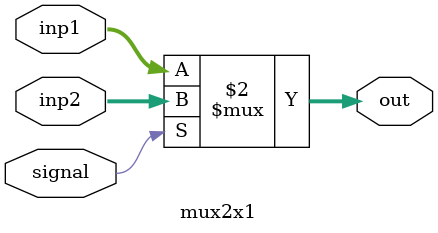
<source format=v>
module mux2x1(inp1, inp2, signal, out);

    input [31:0] inp1, inp2;
    input signal;
    output [31:0] out;

    assign out = (signal == 1'b0) ? inp1 : inp2;

endmodule
</source>
